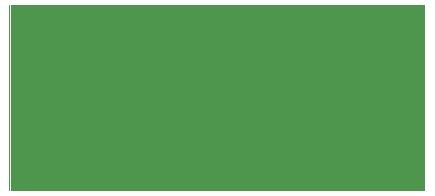
<source format=gbr>
%TF.GenerationSoftware,Altium Limited,Altium Designer,21.8.1 (53)*%
G04 Layer_Physical_Order=1*
G04 Layer_Color=255*
%FSLAX45Y45*%
%MOMM*%
%TF.SameCoordinates,F1A00DE0-31B3-4DAD-9C06-56F8A4F0E109*%
%TF.FilePolarity,Positive*%
%TF.FileFunction,Copper,L1,Top,Signal*%
%TF.Part,Single*%
G01*
G75*
%TA.AperFunction,NonConductor*%
%ADD10R,35.10001X15.80032*%
%ADD11R,0.00001X15.80034*%
D10*
X1754999Y790017D02*
D03*
D11*
X-1Y790017D02*
D03*
%TF.MD5,bcc773de088e7635652bb7912ecd58f7*%
M02*

</source>
